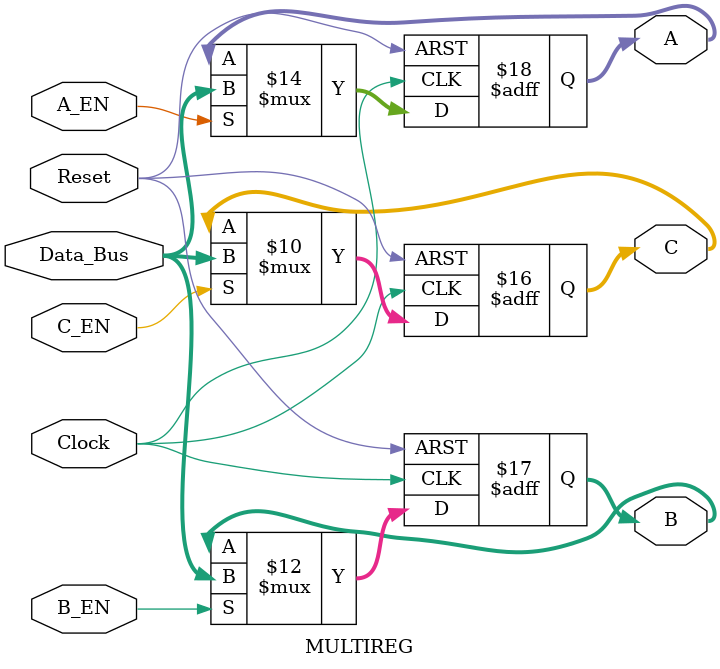
<source format=sv>
module MULTIREG (
    output reg [7:0] A, B, C,
    input wire Clock, Reset,
    input wire [7:0] Data_Bus,
    input wire A_EN, B_EN, C_EN
);

always @ (posedge Clock or negedge Reset)
begin: A_REG
    if (!Reset)
        A <= 8'h00;
    else
        if (A_EN == 1)
            A <= Data_Bus;
end

always @ (posedge Clock or negedge Reset)
begin: B_REG
    if (!Reset)
        B <= 8'h00;
    else
        if (B_EN == 1)
            B <= Data_Bus;
end

always @ (posedge Clock or negedge Reset)
begin: C_REG
    if (!Reset)
        C <= 8'h00;
    else
        if (C_EN == 1)
            C <= Data_Bus;
end

endmodule
``

</source>
